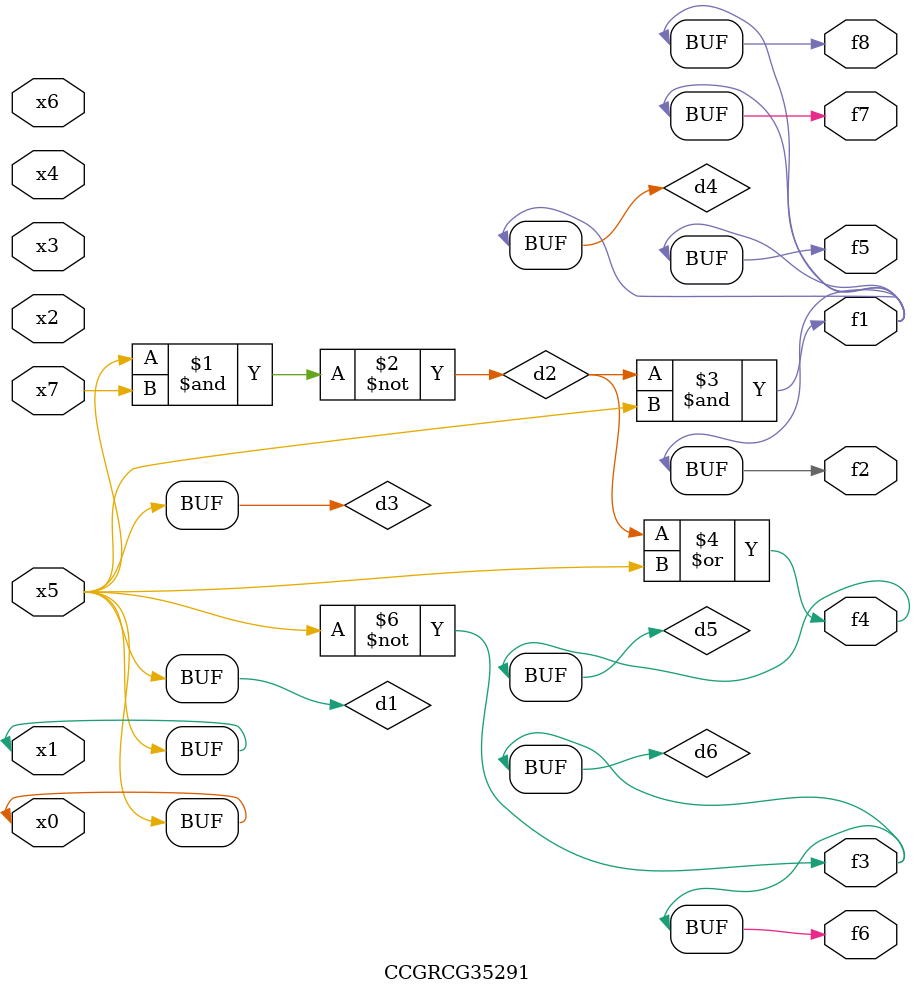
<source format=v>
module CCGRCG35291(
	input x0, x1, x2, x3, x4, x5, x6, x7,
	output f1, f2, f3, f4, f5, f6, f7, f8
);

	wire d1, d2, d3, d4, d5, d6;

	buf (d1, x0, x5);
	nand (d2, x5, x7);
	buf (d3, x0, x1);
	and (d4, d2, d3);
	or (d5, d2, d3);
	nor (d6, d1, d3);
	assign f1 = d4;
	assign f2 = d4;
	assign f3 = d6;
	assign f4 = d5;
	assign f5 = d4;
	assign f6 = d6;
	assign f7 = d4;
	assign f8 = d4;
endmodule

</source>
